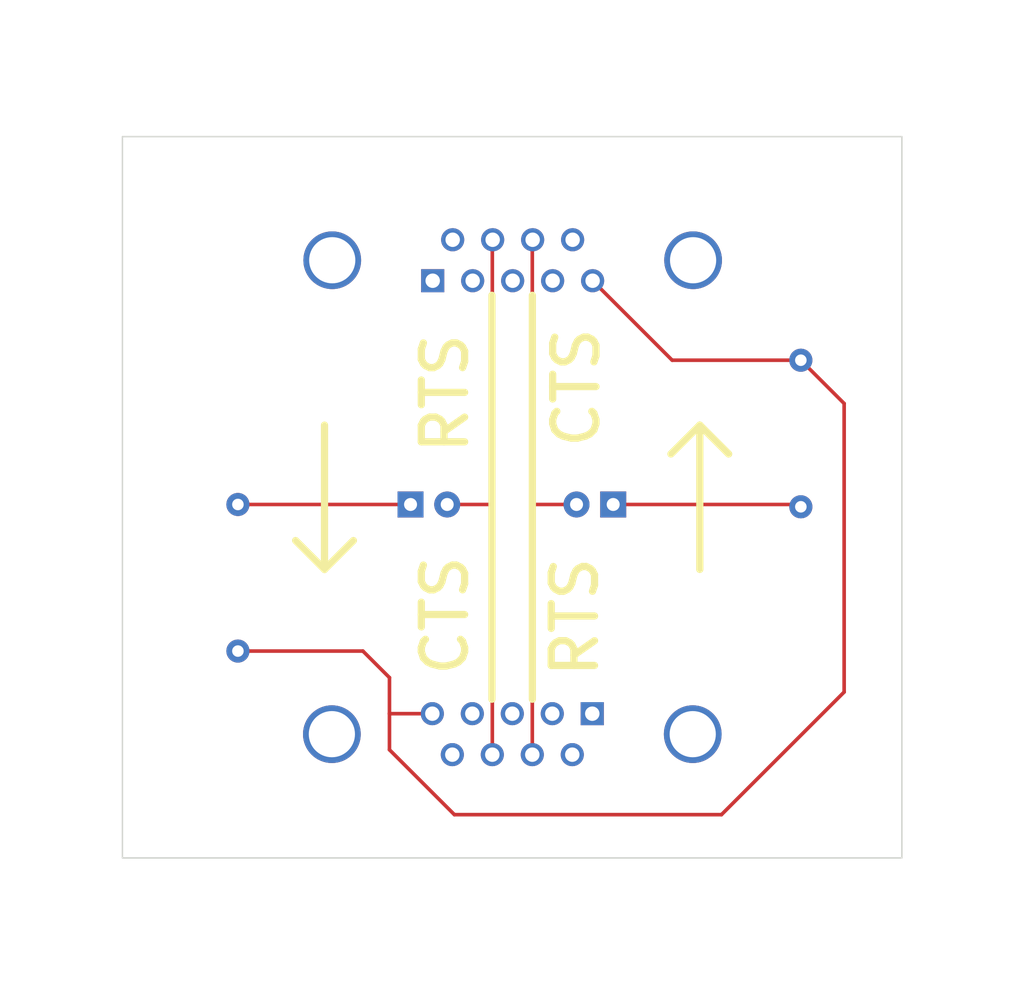
<source format=kicad_pcb>
(kicad_pcb (version 20221018) (generator pcbnew)
  (layers (0 "F.Cu" signal) (31 "B.Cu" signal) (34 "B.Paste" user) (35 "F.Paste" user) (36 "B.SilkS" user "B.Silkscreen") (37 "F.SilkS" user "F.Silkscreen") (38 "B.Mask" user) (39 "F.Mask" user) (44 "Edge.Cuts" user))
  (net 0 "")
  (net 1 "GND")
  (net 8 "/RTS1")
  (net 9 "/CTS1")
  (net 18 "Net-(D1-K)")
  (net 19 "Net-(D2-K)")
  (footprint "MountingHole:MountingHole_3.2mm_M3_ISO14580" (layer "F.Cu") (at 109 65)
    (fp_text reference "REF**" hide)
    (fp_text value "MountingHole_3.2mm_M3_ISO14580")
    (pad "" np_thru_hole circle (at 0 0) (size 3.2 3.2) (drill 3.2) (layers "*.Cu" "*.Mask"))
  )
  (footprint "Resistor_THT:R_Axial_DIN0207_L6.3mm_D2.5mm_P10.16mm_Horizontal" (layer "F.Cu") (at 68 95.66 90)
    (fp_text reference "R1" hide)
    (fp_text value "R")
    (pad "1" thru_hole circle (at 0 0 90) (size 1.6 1.6) (drill 0.8) (layers "*.Cu" "*.Mask") (net 1 "GND"))
    (pad "2" thru_hole oval (at 10.16 0 90) (size 1.6 1.6) (drill 0.8) (layers "*.Cu" "*.Mask") (net 18 "Net-(D1-K)"))
  )
  (footprint "MountingHole:MountingHole_3.2mm_M3_ISO14580" (layer "F.Cu") (at 65 105)
    (fp_text reference "REF**" hide)
    (fp_text value "MountingHole_3.2mm_M3_ISO14580")
    (pad "" np_thru_hole circle (at 0 0) (size 3.2 3.2) (drill 3.2) (layers "*.Cu" "*.Mask"))
  )
  (footprint "Connector_Dsub:DSUB-9_Female_Horizontal_P2.77x2.84mm_EdgePinOffset7.70mm_Housed_MountingHolesOffset9.12mm" (layer "F.Cu") (at 81.495 69.99 180)
    (fp_text reference "J1" hide)
    (fp_text value "DE9_Receptacle_MountingHoles")
    (pad "0" thru_hole circle (at -18.04 1.42 180) (size 4 4) (drill 3.2) (layers "*.Cu" "*.Mask"))
    (pad "0" thru_hole circle (at 6.96 1.42 180) (size 4 4) (drill 3.2) (layers "*.Cu" "*.Mask"))
    (pad "1" thru_hole rect (at 0 0 180) (size 1.6 1.6) (drill 1) (layers "*.Cu" "*.Mask"))
    (pad "2" thru_hole circle (at -2.77 0 180) (size 1.6 1.6) (drill 1) (layers "*.Cu" "*.Mask"))
    (pad "3" thru_hole circle (at -5.54 0 180) (size 1.6 1.6) (drill 1) (layers "*.Cu" "*.Mask"))
    (pad "4" thru_hole circle (at -8.31 0 180) (size 1.6 1.6) (drill 1) (layers "*.Cu" "*.Mask"))
    (pad "5" thru_hole circle (at -11.08 0 180) (size 1.6 1.6) (drill 1) (layers "*.Cu" "*.Mask") (net 1 "GND"))
    (pad "6" thru_hole circle (at -1.385 2.84 180) (size 1.6 1.6) (drill 1) (layers "*.Cu" "*.Mask"))
    (pad "7" thru_hole circle (at -4.155 2.84 180) (size 1.6 1.6) (drill 1) (layers "*.Cu" "*.Mask") (net 8 "/RTS1"))
    (pad "8" thru_hole circle (at -6.925 2.84 180) (size 1.6 1.6) (drill 1) (layers "*.Cu" "*.Mask") (net 9 "/CTS1"))
    (pad "9" thru_hole circle (at -9.695 2.84 180) (size 1.6 1.6) (drill 1) (layers "*.Cu" "*.Mask"))
  )
  (footprint "MountingHole:MountingHole_3.2mm_M3_ISO14580" (layer "F.Cu") (at 109 105)
    (fp_text reference "REF**" hide)
    (fp_text value "MountingHole_3.2mm_M3_ISO14580")
    (pad "" np_thru_hole circle (at 0 0) (size 3.2 3.2) (drill 3.2) (layers "*.Cu" "*.Mask"))
  )
  (footprint "Resistor_THT:R_Axial_DIN0207_L6.3mm_D2.5mm_P10.16mm_Horizontal" (layer "F.Cu") (at 107 75.5 -90)
    (fp_text reference "R2" hide)
    (fp_text value "R")
    (pad "1" thru_hole circle (at 0 0 270) (size 1.6 1.6) (drill 0.8) (layers "*.Cu" "*.Mask") (net 1 "GND"))
    (pad "2" thru_hole oval (at 10.16 0 270) (size 1.6 1.6) (drill 0.8) (layers "*.Cu" "*.Mask") (net 19 "Net-(D2-K)"))
  )
  (footprint "LED_THT:LED_D5.0mm" (layer "F.Cu") (at 79.96 85.5)
    (fp_text reference "D1" hide)
    (fp_text value "LED")
    (pad "1" thru_hole rect (at 0 0) (size 1.8 1.8) (drill 0.9) (layers "*.Cu" "*.Mask") (net 18 "Net-(D1-K)"))
    (pad "2" thru_hole circle (at 2.54 0) (size 1.8 1.8) (drill 0.9) (layers "*.Cu" "*.Mask") (net 8 "/RTS1"))
  )
  (footprint "Connector_Dsub:DSUB-9_Female_Horizontal_P2.77x2.84mm_EdgePinOffset7.70mm_Housed_MountingHolesOffset9.12mm" (layer "F.Cu") (at 92.55 100)
    (fp_text reference "J2" hide)
    (fp_text value "DE9_Receptacle_MountingHoles")
    (pad "0" thru_hole circle (at -18.04 1.42) (size 4 4) (drill 3.2) (layers "*.Cu" "*.Mask"))
    (pad "0" thru_hole circle (at 6.96 1.42) (size 4 4) (drill 3.2) (layers "*.Cu" "*.Mask"))
    (pad "1" thru_hole rect (at 0 0) (size 1.6 1.6) (drill 1) (layers "*.Cu" "*.Mask"))
    (pad "2" thru_hole circle (at -2.77 0) (size 1.6 1.6) (drill 1) (layers "*.Cu" "*.Mask"))
    (pad "3" thru_hole circle (at -5.54 0) (size 1.6 1.6) (drill 1) (layers "*.Cu" "*.Mask"))
    (pad "4" thru_hole circle (at -8.31 0) (size 1.6 1.6) (drill 1) (layers "*.Cu" "*.Mask"))
    (pad "5" thru_hole circle (at -11.08 0) (size 1.6 1.6) (drill 1) (layers "*.Cu" "*.Mask") (net 1 "GND"))
    (pad "6" thru_hole circle (at -1.385 2.84) (size 1.6 1.6) (drill 1) (layers "*.Cu" "*.Mask"))
    (pad "7" thru_hole circle (at -4.155 2.84) (size 1.6 1.6) (drill 1) (layers "*.Cu" "*.Mask") (net 9 "/CTS1"))
    (pad "8" thru_hole circle (at -6.925 2.84) (size 1.6 1.6) (drill 1) (layers "*.Cu" "*.Mask") (net 8 "/RTS1"))
    (pad "9" thru_hole circle (at -9.695 2.84) (size 1.6 1.6) (drill 1) (layers "*.Cu" "*.Mask"))
  )
  (footprint "MountingHole:MountingHole_3.2mm_M3_ISO14580" (layer "F.Cu") (at 65 65)
    (fp_text reference "REF**" hide)
    (fp_text value "MountingHole_3.2mm_M3_ISO14580")
    (pad "" np_thru_hole circle (at 0 0) (size 3.2 3.2) (drill 3.2) (layers "*.Cu" "*.Mask"))
  )
  (footprint "LED_THT:LED_D5.0mm" (layer "F.Cu") (at 94 85.5 180)
    (fp_text reference "D2" hide)
    (fp_text value "LED")
    (pad "1" thru_hole rect (at 0 0 180) (size 1.8 1.8) (drill 0.9) (layers "*.Cu" "*.Mask") (net 19 "Net-(D2-K)"))
    (pad "2" thru_hole circle (at 2.54 0 180) (size 1.8 1.8) (drill 0.9) (layers "*.Cu" "*.Mask") (net 9 "/CTS1"))
  )
  (gr_line (start 74 90) (end 74 80) (stroke (width 0.5)) (layer "F.SilkS"))
  (gr_line (start 100 90) (end 100 80) (stroke (width 0.5)) (layer "F.SilkS"))
  (gr_line (start 88.4 99) (end 88.4 71) (stroke (width 0.5)) (layer "F.SilkS"))
  (gr_line (start 85.6 99) (end 85.6 71) (stroke (width 0.5)) (layer "F.SilkS"))
  (gr_line (start 72 88) (end 74 90) (stroke (width 0.5)) (layer "F.SilkS"))
  (gr_line (start 102 82) (end 100 80) (stroke (width 0.5)) (layer "F.SilkS"))
  (gr_line (start 100 80) (end 98 82) (stroke (width 0.5)) (layer "F.SilkS"))
  (gr_line (start 74 90) (end 76 88) (stroke (width 0.5)) (layer "F.SilkS"))
  (gr_rect (start 60 60) (end 114 110) (stroke (width 0.1)) (fill none) (layer "Edge.Cuts"))
  (gr_text "RTS" (at 84.1 82.2 90) (layer "F.SilkS") (effects (font (size 3 3) (thickness 0.5) bold) (justify left bottom)))
  (gr_text "CTS" (at 84.1 97.6 90) (layer "F.SilkS") (effects (font (size 3 3) (thickness 0.5) bold) (justify left bottom)))
  (gr_text "RTS" (at 93.1 97.7 90) (layer "F.SilkS") (effects (font (size 3 3) (thickness 0.5) bold) (justify left bottom)))
  (gr_text "CTS" (at 93.2 81.8 90) (layer "F.SilkS") (effects (font (size 3 3) (thickness 0.5) bold) (justify left bottom)))
  (segment (start 98.085 75.5) (end 107 75.5) (width 0.25) (layer "F.Cu") (net 1))
  (segment (start 78.5 102.5) (end 78.5 100) (width 0.25) (layer "F.Cu") (net 1))
  (segment (start 78.5 100) (end 78.5 97.5) (width 0.25) (layer "F.Cu") (net 1))
  (segment (start 110 98.5) (end 101.5 107) (width 0.25) (layer "F.Cu") (net 1))
  (segment (start 81.47 100) (end 78.5 100) (width 0.25) (layer "F.Cu") (net 1))
  (segment (start 107 75.5) (end 110 78.5) (width 0.25) (layer "F.Cu") (net 1))
  (segment (start 83 107) (end 78.5 102.5) (width 0.25) (layer "F.Cu") (net 1))
  (segment (start 76.66 95.66) (end 68 95.66) (width 0.25) (layer "F.Cu") (net 1))
  (segment (start 101.5 107) (end 83 107) (width 0.25) (layer "F.Cu") (net 1))
  (segment (start 78.5 97.5) (end 76.66 95.66) (width 0.25) (layer "F.Cu") (net 1))
  (segment (start 110 78.5) (end 110 98.5) (width 0.25) (layer "F.Cu") (net 1))
  (segment (start 92.575 69.99) (end 98.085 75.5) (width 0.25) (layer "F.Cu") (net 1))
  (segment (start 85.625 85.5) (end 85.625 67.175) (width 0.25) (layer "F.Cu") (net 8))
  (segment (start 85.625 67.175) (end 85.65 67.15) (width 0.25) (layer "F.Cu") (net 8))
  (segment (start 85.625 102.84) (end 85.625 85.5) (width 0.25) (layer "F.Cu") (net 8))
  (segment (start 82.5 85.5) (end 85.625 85.5) (width 0.25) (layer "F.Cu") (net 8))
  (segment (start 88.395 67.175) (end 88.42 67.15) (width 0.25) (layer "F.Cu") (net 9))
  (segment (start 88.395 102.84) (end 88.395 85.5) (width 0.25) (layer "F.Cu") (net 9))
  (segment (start 91.46 85.5) (end 88.395 85.5) (width 0.25) (layer "F.Cu") (net 9))
  (segment (start 88.395 85.5) (end 88.395 67.175) (width 0.25) (layer "F.Cu") (net 9))
  (segment (start 79.96 85.5) (end 68 85.5) (width 0.25) (layer "F.Cu") (net 18))
  (segment (start 106.84 85.5) (end 107 85.66) (width 0.25) (layer "F.Cu") (net 19))
  (segment (start 94 85.5) (end 106.84 85.5) (width 0.25) (layer "F.Cu") (net 19))
)
</source>
